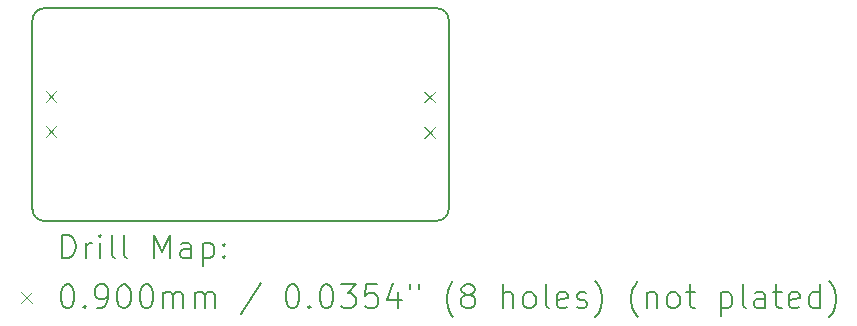
<source format=gbr>
%FSLAX45Y45*%
G04 Gerber Fmt 4.5, Leading zero omitted, Abs format (unit mm)*
G04 Created by KiCad (PCBNEW (6.0.6)) date 2022-10-25 19:30:20*
%MOMM*%
%LPD*%
G01*
G04 APERTURE LIST*
%TA.AperFunction,Profile*%
%ADD10C,0.150000*%
%TD*%
%ADD11C,0.200000*%
%ADD12C,0.090000*%
G04 APERTURE END LIST*
D10*
X4625000Y-4210000D02*
X4625000Y-5810000D01*
X4625000Y-5810000D02*
G75*
G03*
X4725000Y-5910000I100000J0D01*
G01*
X8049289Y-5909289D02*
G75*
G03*
X8149289Y-5809289I0J100000D01*
G01*
X8050000Y-4110000D02*
X4725000Y-4110000D01*
X8149289Y-5809289D02*
X8150000Y-4210000D01*
X4725000Y-5910000D02*
X8049289Y-5909289D01*
X4725000Y-4110000D02*
G75*
G03*
X4625000Y-4210000I0J-100000D01*
G01*
X8150000Y-4210000D02*
G75*
G03*
X8050000Y-4110000I-100000J0D01*
G01*
D11*
D12*
X4736775Y-4810000D02*
X4826775Y-4900000D01*
X4826775Y-4810000D02*
X4736775Y-4900000D01*
X4736775Y-4810000D02*
X4826775Y-4900000D01*
X4826775Y-4810000D02*
X4736775Y-4900000D01*
X4736775Y-5110000D02*
X4826775Y-5200000D01*
X4826775Y-5110000D02*
X4736775Y-5200000D01*
X4736775Y-5110000D02*
X4826775Y-5200000D01*
X4826775Y-5110000D02*
X4736775Y-5200000D01*
X7943750Y-4815000D02*
X8033750Y-4905000D01*
X8033750Y-4815000D02*
X7943750Y-4905000D01*
X7943750Y-5115000D02*
X8033750Y-5205000D01*
X8033750Y-5115000D02*
X7943750Y-5205000D01*
X7945000Y-4815000D02*
X8035000Y-4905000D01*
X8035000Y-4815000D02*
X7945000Y-4905000D01*
X7945000Y-5115000D02*
X8035000Y-5205000D01*
X8035000Y-5115000D02*
X7945000Y-5205000D01*
D11*
X4875119Y-6227976D02*
X4875119Y-6027976D01*
X4922738Y-6027976D01*
X4951310Y-6037500D01*
X4970357Y-6056548D01*
X4979881Y-6075595D01*
X4989405Y-6113690D01*
X4989405Y-6142262D01*
X4979881Y-6180357D01*
X4970357Y-6199405D01*
X4951310Y-6218452D01*
X4922738Y-6227976D01*
X4875119Y-6227976D01*
X5075119Y-6227976D02*
X5075119Y-6094643D01*
X5075119Y-6132738D02*
X5084643Y-6113690D01*
X5094167Y-6104167D01*
X5113214Y-6094643D01*
X5132262Y-6094643D01*
X5198929Y-6227976D02*
X5198929Y-6094643D01*
X5198929Y-6027976D02*
X5189405Y-6037500D01*
X5198929Y-6047024D01*
X5208452Y-6037500D01*
X5198929Y-6027976D01*
X5198929Y-6047024D01*
X5322738Y-6227976D02*
X5303690Y-6218452D01*
X5294167Y-6199405D01*
X5294167Y-6027976D01*
X5427500Y-6227976D02*
X5408452Y-6218452D01*
X5398929Y-6199405D01*
X5398929Y-6027976D01*
X5656071Y-6227976D02*
X5656071Y-6027976D01*
X5722738Y-6170833D01*
X5789405Y-6027976D01*
X5789405Y-6227976D01*
X5970357Y-6227976D02*
X5970357Y-6123214D01*
X5960833Y-6104167D01*
X5941786Y-6094643D01*
X5903690Y-6094643D01*
X5884643Y-6104167D01*
X5970357Y-6218452D02*
X5951309Y-6227976D01*
X5903690Y-6227976D01*
X5884643Y-6218452D01*
X5875119Y-6199405D01*
X5875119Y-6180357D01*
X5884643Y-6161309D01*
X5903690Y-6151786D01*
X5951309Y-6151786D01*
X5970357Y-6142262D01*
X6065595Y-6094643D02*
X6065595Y-6294643D01*
X6065595Y-6104167D02*
X6084643Y-6094643D01*
X6122738Y-6094643D01*
X6141786Y-6104167D01*
X6151309Y-6113690D01*
X6160833Y-6132738D01*
X6160833Y-6189881D01*
X6151309Y-6208928D01*
X6141786Y-6218452D01*
X6122738Y-6227976D01*
X6084643Y-6227976D01*
X6065595Y-6218452D01*
X6246548Y-6208928D02*
X6256071Y-6218452D01*
X6246548Y-6227976D01*
X6237024Y-6218452D01*
X6246548Y-6208928D01*
X6246548Y-6227976D01*
X6246548Y-6104167D02*
X6256071Y-6113690D01*
X6246548Y-6123214D01*
X6237024Y-6113690D01*
X6246548Y-6104167D01*
X6246548Y-6123214D01*
D12*
X4527500Y-6512500D02*
X4617500Y-6602500D01*
X4617500Y-6512500D02*
X4527500Y-6602500D01*
D11*
X4913214Y-6447976D02*
X4932262Y-6447976D01*
X4951310Y-6457500D01*
X4960833Y-6467024D01*
X4970357Y-6486071D01*
X4979881Y-6524167D01*
X4979881Y-6571786D01*
X4970357Y-6609881D01*
X4960833Y-6628928D01*
X4951310Y-6638452D01*
X4932262Y-6647976D01*
X4913214Y-6647976D01*
X4894167Y-6638452D01*
X4884643Y-6628928D01*
X4875119Y-6609881D01*
X4865595Y-6571786D01*
X4865595Y-6524167D01*
X4875119Y-6486071D01*
X4884643Y-6467024D01*
X4894167Y-6457500D01*
X4913214Y-6447976D01*
X5065595Y-6628928D02*
X5075119Y-6638452D01*
X5065595Y-6647976D01*
X5056071Y-6638452D01*
X5065595Y-6628928D01*
X5065595Y-6647976D01*
X5170357Y-6647976D02*
X5208452Y-6647976D01*
X5227500Y-6638452D01*
X5237024Y-6628928D01*
X5256071Y-6600357D01*
X5265595Y-6562262D01*
X5265595Y-6486071D01*
X5256071Y-6467024D01*
X5246548Y-6457500D01*
X5227500Y-6447976D01*
X5189405Y-6447976D01*
X5170357Y-6457500D01*
X5160833Y-6467024D01*
X5151310Y-6486071D01*
X5151310Y-6533690D01*
X5160833Y-6552738D01*
X5170357Y-6562262D01*
X5189405Y-6571786D01*
X5227500Y-6571786D01*
X5246548Y-6562262D01*
X5256071Y-6552738D01*
X5265595Y-6533690D01*
X5389405Y-6447976D02*
X5408452Y-6447976D01*
X5427500Y-6457500D01*
X5437024Y-6467024D01*
X5446548Y-6486071D01*
X5456071Y-6524167D01*
X5456071Y-6571786D01*
X5446548Y-6609881D01*
X5437024Y-6628928D01*
X5427500Y-6638452D01*
X5408452Y-6647976D01*
X5389405Y-6647976D01*
X5370357Y-6638452D01*
X5360833Y-6628928D01*
X5351310Y-6609881D01*
X5341786Y-6571786D01*
X5341786Y-6524167D01*
X5351310Y-6486071D01*
X5360833Y-6467024D01*
X5370357Y-6457500D01*
X5389405Y-6447976D01*
X5579881Y-6447976D02*
X5598928Y-6447976D01*
X5617976Y-6457500D01*
X5627500Y-6467024D01*
X5637024Y-6486071D01*
X5646548Y-6524167D01*
X5646548Y-6571786D01*
X5637024Y-6609881D01*
X5627500Y-6628928D01*
X5617976Y-6638452D01*
X5598928Y-6647976D01*
X5579881Y-6647976D01*
X5560833Y-6638452D01*
X5551310Y-6628928D01*
X5541786Y-6609881D01*
X5532262Y-6571786D01*
X5532262Y-6524167D01*
X5541786Y-6486071D01*
X5551310Y-6467024D01*
X5560833Y-6457500D01*
X5579881Y-6447976D01*
X5732262Y-6647976D02*
X5732262Y-6514643D01*
X5732262Y-6533690D02*
X5741786Y-6524167D01*
X5760833Y-6514643D01*
X5789405Y-6514643D01*
X5808452Y-6524167D01*
X5817976Y-6543214D01*
X5817976Y-6647976D01*
X5817976Y-6543214D02*
X5827500Y-6524167D01*
X5846548Y-6514643D01*
X5875119Y-6514643D01*
X5894167Y-6524167D01*
X5903690Y-6543214D01*
X5903690Y-6647976D01*
X5998928Y-6647976D02*
X5998928Y-6514643D01*
X5998928Y-6533690D02*
X6008452Y-6524167D01*
X6027500Y-6514643D01*
X6056071Y-6514643D01*
X6075119Y-6524167D01*
X6084643Y-6543214D01*
X6084643Y-6647976D01*
X6084643Y-6543214D02*
X6094167Y-6524167D01*
X6113214Y-6514643D01*
X6141786Y-6514643D01*
X6160833Y-6524167D01*
X6170357Y-6543214D01*
X6170357Y-6647976D01*
X6560833Y-6438452D02*
X6389405Y-6695595D01*
X6817976Y-6447976D02*
X6837024Y-6447976D01*
X6856071Y-6457500D01*
X6865595Y-6467024D01*
X6875119Y-6486071D01*
X6884643Y-6524167D01*
X6884643Y-6571786D01*
X6875119Y-6609881D01*
X6865595Y-6628928D01*
X6856071Y-6638452D01*
X6837024Y-6647976D01*
X6817976Y-6647976D01*
X6798928Y-6638452D01*
X6789405Y-6628928D01*
X6779881Y-6609881D01*
X6770357Y-6571786D01*
X6770357Y-6524167D01*
X6779881Y-6486071D01*
X6789405Y-6467024D01*
X6798928Y-6457500D01*
X6817976Y-6447976D01*
X6970357Y-6628928D02*
X6979881Y-6638452D01*
X6970357Y-6647976D01*
X6960833Y-6638452D01*
X6970357Y-6628928D01*
X6970357Y-6647976D01*
X7103690Y-6447976D02*
X7122738Y-6447976D01*
X7141786Y-6457500D01*
X7151309Y-6467024D01*
X7160833Y-6486071D01*
X7170357Y-6524167D01*
X7170357Y-6571786D01*
X7160833Y-6609881D01*
X7151309Y-6628928D01*
X7141786Y-6638452D01*
X7122738Y-6647976D01*
X7103690Y-6647976D01*
X7084643Y-6638452D01*
X7075119Y-6628928D01*
X7065595Y-6609881D01*
X7056071Y-6571786D01*
X7056071Y-6524167D01*
X7065595Y-6486071D01*
X7075119Y-6467024D01*
X7084643Y-6457500D01*
X7103690Y-6447976D01*
X7237024Y-6447976D02*
X7360833Y-6447976D01*
X7294167Y-6524167D01*
X7322738Y-6524167D01*
X7341786Y-6533690D01*
X7351309Y-6543214D01*
X7360833Y-6562262D01*
X7360833Y-6609881D01*
X7351309Y-6628928D01*
X7341786Y-6638452D01*
X7322738Y-6647976D01*
X7265595Y-6647976D01*
X7246548Y-6638452D01*
X7237024Y-6628928D01*
X7541786Y-6447976D02*
X7446548Y-6447976D01*
X7437024Y-6543214D01*
X7446548Y-6533690D01*
X7465595Y-6524167D01*
X7513214Y-6524167D01*
X7532262Y-6533690D01*
X7541786Y-6543214D01*
X7551309Y-6562262D01*
X7551309Y-6609881D01*
X7541786Y-6628928D01*
X7532262Y-6638452D01*
X7513214Y-6647976D01*
X7465595Y-6647976D01*
X7446548Y-6638452D01*
X7437024Y-6628928D01*
X7722738Y-6514643D02*
X7722738Y-6647976D01*
X7675119Y-6438452D02*
X7627500Y-6581309D01*
X7751309Y-6581309D01*
X7817976Y-6447976D02*
X7817976Y-6486071D01*
X7894167Y-6447976D02*
X7894167Y-6486071D01*
X8189405Y-6724167D02*
X8179881Y-6714643D01*
X8160833Y-6686071D01*
X8151309Y-6667024D01*
X8141786Y-6638452D01*
X8132262Y-6590833D01*
X8132262Y-6552738D01*
X8141786Y-6505119D01*
X8151309Y-6476548D01*
X8160833Y-6457500D01*
X8179881Y-6428928D01*
X8189405Y-6419405D01*
X8294167Y-6533690D02*
X8275119Y-6524167D01*
X8265595Y-6514643D01*
X8256071Y-6495595D01*
X8256071Y-6486071D01*
X8265595Y-6467024D01*
X8275119Y-6457500D01*
X8294167Y-6447976D01*
X8332262Y-6447976D01*
X8351309Y-6457500D01*
X8360833Y-6467024D01*
X8370357Y-6486071D01*
X8370357Y-6495595D01*
X8360833Y-6514643D01*
X8351309Y-6524167D01*
X8332262Y-6533690D01*
X8294167Y-6533690D01*
X8275119Y-6543214D01*
X8265595Y-6552738D01*
X8256071Y-6571786D01*
X8256071Y-6609881D01*
X8265595Y-6628928D01*
X8275119Y-6638452D01*
X8294167Y-6647976D01*
X8332262Y-6647976D01*
X8351309Y-6638452D01*
X8360833Y-6628928D01*
X8370357Y-6609881D01*
X8370357Y-6571786D01*
X8360833Y-6552738D01*
X8351309Y-6543214D01*
X8332262Y-6533690D01*
X8608452Y-6647976D02*
X8608452Y-6447976D01*
X8694167Y-6647976D02*
X8694167Y-6543214D01*
X8684643Y-6524167D01*
X8665595Y-6514643D01*
X8637024Y-6514643D01*
X8617976Y-6524167D01*
X8608452Y-6533690D01*
X8817976Y-6647976D02*
X8798929Y-6638452D01*
X8789405Y-6628928D01*
X8779881Y-6609881D01*
X8779881Y-6552738D01*
X8789405Y-6533690D01*
X8798929Y-6524167D01*
X8817976Y-6514643D01*
X8846548Y-6514643D01*
X8865595Y-6524167D01*
X8875119Y-6533690D01*
X8884643Y-6552738D01*
X8884643Y-6609881D01*
X8875119Y-6628928D01*
X8865595Y-6638452D01*
X8846548Y-6647976D01*
X8817976Y-6647976D01*
X8998929Y-6647976D02*
X8979881Y-6638452D01*
X8970357Y-6619405D01*
X8970357Y-6447976D01*
X9151310Y-6638452D02*
X9132262Y-6647976D01*
X9094167Y-6647976D01*
X9075119Y-6638452D01*
X9065595Y-6619405D01*
X9065595Y-6543214D01*
X9075119Y-6524167D01*
X9094167Y-6514643D01*
X9132262Y-6514643D01*
X9151310Y-6524167D01*
X9160833Y-6543214D01*
X9160833Y-6562262D01*
X9065595Y-6581309D01*
X9237024Y-6638452D02*
X9256071Y-6647976D01*
X9294167Y-6647976D01*
X9313214Y-6638452D01*
X9322738Y-6619405D01*
X9322738Y-6609881D01*
X9313214Y-6590833D01*
X9294167Y-6581309D01*
X9265595Y-6581309D01*
X9246548Y-6571786D01*
X9237024Y-6552738D01*
X9237024Y-6543214D01*
X9246548Y-6524167D01*
X9265595Y-6514643D01*
X9294167Y-6514643D01*
X9313214Y-6524167D01*
X9389405Y-6724167D02*
X9398929Y-6714643D01*
X9417976Y-6686071D01*
X9427500Y-6667024D01*
X9437024Y-6638452D01*
X9446548Y-6590833D01*
X9446548Y-6552738D01*
X9437024Y-6505119D01*
X9427500Y-6476548D01*
X9417976Y-6457500D01*
X9398929Y-6428928D01*
X9389405Y-6419405D01*
X9751310Y-6724167D02*
X9741786Y-6714643D01*
X9722738Y-6686071D01*
X9713214Y-6667024D01*
X9703690Y-6638452D01*
X9694167Y-6590833D01*
X9694167Y-6552738D01*
X9703690Y-6505119D01*
X9713214Y-6476548D01*
X9722738Y-6457500D01*
X9741786Y-6428928D01*
X9751310Y-6419405D01*
X9827500Y-6514643D02*
X9827500Y-6647976D01*
X9827500Y-6533690D02*
X9837024Y-6524167D01*
X9856071Y-6514643D01*
X9884643Y-6514643D01*
X9903690Y-6524167D01*
X9913214Y-6543214D01*
X9913214Y-6647976D01*
X10037024Y-6647976D02*
X10017976Y-6638452D01*
X10008452Y-6628928D01*
X9998929Y-6609881D01*
X9998929Y-6552738D01*
X10008452Y-6533690D01*
X10017976Y-6524167D01*
X10037024Y-6514643D01*
X10065595Y-6514643D01*
X10084643Y-6524167D01*
X10094167Y-6533690D01*
X10103690Y-6552738D01*
X10103690Y-6609881D01*
X10094167Y-6628928D01*
X10084643Y-6638452D01*
X10065595Y-6647976D01*
X10037024Y-6647976D01*
X10160833Y-6514643D02*
X10237024Y-6514643D01*
X10189405Y-6447976D02*
X10189405Y-6619405D01*
X10198929Y-6638452D01*
X10217976Y-6647976D01*
X10237024Y-6647976D01*
X10456071Y-6514643D02*
X10456071Y-6714643D01*
X10456071Y-6524167D02*
X10475119Y-6514643D01*
X10513214Y-6514643D01*
X10532262Y-6524167D01*
X10541786Y-6533690D01*
X10551310Y-6552738D01*
X10551310Y-6609881D01*
X10541786Y-6628928D01*
X10532262Y-6638452D01*
X10513214Y-6647976D01*
X10475119Y-6647976D01*
X10456071Y-6638452D01*
X10665595Y-6647976D02*
X10646548Y-6638452D01*
X10637024Y-6619405D01*
X10637024Y-6447976D01*
X10827500Y-6647976D02*
X10827500Y-6543214D01*
X10817976Y-6524167D01*
X10798929Y-6514643D01*
X10760833Y-6514643D01*
X10741786Y-6524167D01*
X10827500Y-6638452D02*
X10808452Y-6647976D01*
X10760833Y-6647976D01*
X10741786Y-6638452D01*
X10732262Y-6619405D01*
X10732262Y-6600357D01*
X10741786Y-6581309D01*
X10760833Y-6571786D01*
X10808452Y-6571786D01*
X10827500Y-6562262D01*
X10894167Y-6514643D02*
X10970357Y-6514643D01*
X10922738Y-6447976D02*
X10922738Y-6619405D01*
X10932262Y-6638452D01*
X10951310Y-6647976D01*
X10970357Y-6647976D01*
X11113214Y-6638452D02*
X11094167Y-6647976D01*
X11056071Y-6647976D01*
X11037024Y-6638452D01*
X11027500Y-6619405D01*
X11027500Y-6543214D01*
X11037024Y-6524167D01*
X11056071Y-6514643D01*
X11094167Y-6514643D01*
X11113214Y-6524167D01*
X11122738Y-6543214D01*
X11122738Y-6562262D01*
X11027500Y-6581309D01*
X11294167Y-6647976D02*
X11294167Y-6447976D01*
X11294167Y-6638452D02*
X11275119Y-6647976D01*
X11237024Y-6647976D01*
X11217976Y-6638452D01*
X11208452Y-6628928D01*
X11198928Y-6609881D01*
X11198928Y-6552738D01*
X11208452Y-6533690D01*
X11217976Y-6524167D01*
X11237024Y-6514643D01*
X11275119Y-6514643D01*
X11294167Y-6524167D01*
X11370357Y-6724167D02*
X11379881Y-6714643D01*
X11398928Y-6686071D01*
X11408452Y-6667024D01*
X11417976Y-6638452D01*
X11427500Y-6590833D01*
X11427500Y-6552738D01*
X11417976Y-6505119D01*
X11408452Y-6476548D01*
X11398928Y-6457500D01*
X11379881Y-6428928D01*
X11370357Y-6419405D01*
M02*

</source>
